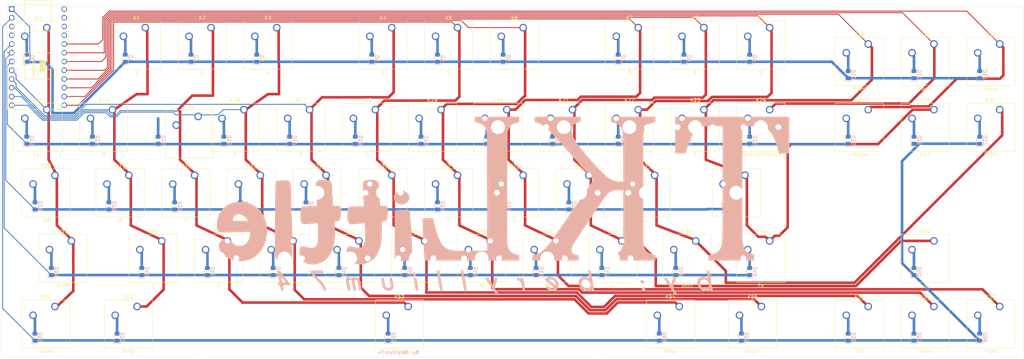
<source format=kicad_pcb>
(kicad_pcb (version 20211014) (generator pcbnew)
  (title_block (title "TKLittle") (date "2023-02-04") (rev "V6") (company "Beryllium74"))
  (layers (0 "F.Cu" signal) (31 "B.Cu" signal) (34 "B.Paste" user) (35 "F.Paste" user) (36 "B.SilkS" user "B.Silkscreen") (37 "F.SilkS" user "F.Silkscreen") (38 "B.Mask" user) (39 "F.Mask" user) (44 "Edge.Cuts" user))
  (net 0 "")
  (net 1 "/Row_0")
  (net 2 "/Row_1")
  (net 3 "/Row_2")
  (net 4 "/Row_3")
  (net 5 "/Row_4")
  (net 6 "/Col_0")
  (net 7 "/Col_1")
  (net 8 "/Col_2")
  (net 9 "/Col_3")
  (net 10 "/Col_4")
  (net 11 "/Col_5")
  (net 12 "/Col_6")
  (net 13 "/Col_7")
  (net 14 "/Col_8")
  (net 15 "/Col_9")
  (net 16 "/Col_10")
  (net 17 "/Col_11")
  (net 18 "/Col_12")
  (net 19 "Net-(D0-Pad2)")
  (net 20 "Net-(D1-Pad2)")
  (net 21 "Net-(D2-Pad2)")
  (net 22 "Net-(D3-Pad2)")
  (net 23 "Net-(D4-Pad2)")
  (net 24 "Net-(D5-Pad2)")
  (net 25 "Net-(D6-Pad2)")
  (net 26 "Net-(D7-Pad2)")
  (net 27 "Net-(D8-Pad2)")
  (net 28 "Net-(D9-Pad2)")
  (net 29 "Net-(D10-Pad2)")
  (net 30 "Net-(D11-Pad2)")
  (net 31 "Net-(D12-Pad2)")
  (net 32 "Net-(D13-Pad2)")
  (net 33 "Net-(D14-Pad2)")
  (net 34 "Net-(D15-Pad2)")
  (net 35 "Net-(D16-Pad2)")
  (net 36 "Net-(D17-Pad2)")
  (net 37 "Net-(D18-Pad2)")
  (net 38 "Net-(D19-Pad2)")
  (net 39 "Net-(D20-Pad2)")
  (net 40 "Net-(D21-Pad2)")
  (net 41 "Net-(D22-Pad2)")
  (net 42 "Net-(D23-Pad2)")
  (net 43 "Net-(D24-Pad2)")
  (net 44 "Net-(D25-Pad2)")
  (net 45 "Net-(D26-Pad2)")
  (net 46 "Net-(D27-Pad2)")
  (net 47 "Net-(D28-Pad2)")
  (net 48 "Net-(D29-Pad2)")
  (net 49 "Net-(D30-Pad2)")
  (net 50 "Net-(D31-Pad2)")
  (net 51 "Net-(D32-Pad2)")
  (net 52 "Net-(D33-Pad2)")
  (net 53 "Net-(D34-Pad2)")
  (net 54 "Net-(D35-Pad2)")
  (net 55 "Net-(D36-Pad2)")
  (net 56 "Net-(D37-Pad2)")
  (net 57 "Net-(D38-Pad2)")
  (net 58 "Net-(D39-Pad2)")
  (net 59 "Net-(D40-Pad2)")
  (net 60 "Net-(D41-Pad2)")
  (net 61 "Net-(D42-Pad2)")
  (net 62 "Net-(D43-Pad2)")
  (net 63 "Net-(D44-Pad2)")
  (net 64 "Net-(D45-Pad2)")
  (net 65 "Net-(D46-Pad2)")
  (net 66 "Net-(D47-Pad2)")
  (net 67 "Net-(D48-Pad2)")
  (net 68 "Net-(D49-Pad2)")
  (net 69 "Net-(D50-Pad2)")
  (net 70 "Net-(D51-Pad2)")
  (net 71 "Net-(D52-Pad2)")
  (net 72 "Net-(D53-Pad2)")
  (net 73 "Net-(D54-Pad2)")
  (net 74 "Net-(D55-Pad2)")
  (net 75 "Net-(D56-Pad2)")
  (net 76 "Net-(D57-Pad2)")
  (net 77 "Net-(D58-Pad2)")
  (footprint "Button_Switch_Keyboard:SW_Cherry_MX_1.00u_PCB" (layer "F.Cu") (at 36.83 29.5275)
    (fp_text reference "K0")
    (fp_text value "1")
  )
  (footprint "teensy:Pro Micro" (layer "F.Cu") (at 34.29 38.1 -90)
    (fp_text reference "U1")
    (fp_text value "Teensy2.0_(Arduino)")
  )
  (footprint "Button_Switch_Keyboard:SW_Cherry_MX_1.00u_PCB" (layer "F.Cu") (at 227.33 53.34)
    (fp_text reference "K23")
    (fp_text value "P")
  )
  (footprint "Button_Switch_Keyboard:SW_Cherry_MX_1.00u_PCB" (layer "F.Cu") (at 294.005 91.44)
    (fp_text reference "K50")
    (fp_text value "up")
  )
  (footprint "Button_Switch_Keyboard:SW_Cherry_MX_1.75u_PCB" (layer "F.Cu") (at 43.97375 91.44)
    (fp_text reference "K39")
    (fp_text value "Shift")
  )
  (footprint "Button_Switch_Keyboard:SW_Cherry_MX_1.00u_PCB" (layer "F.Cu") (at 313.055 110.49)
    (fp_text reference "K58")
    (fp_text value "right")
  )
  (footprint "Button_Switch_Keyboard:SW_Cherry_MX_1.00u_PCB" (layer "F.Cu") (at 274.955 34.29)
    (fp_text reference "K10")
    (fp_text value "insert")
  )
  (footprint "Button_Switch_Keyboard:SW_Cherry_MX_1.00u_PCB" (layer "F.Cu") (at 93.98 53.34)
    (fp_text reference "K16")
    (fp_text value "E")
  )
  (footprint "Button_Switch_Keyboard:SW_Cherry_MX_1.00u_PCB" (layer "F.Cu") (at 36.83 53.34)
    (fp_text reference "K13")
    (fp_text value "Esc")
  )
  (footprint "Button_Switch_Keyboard:SW_Cherry_MX_1.00u_PCB" (layer "F.Cu") (at 80.72 55.32)
    (fp_text reference "K15")
    (fp_text value "W")
  )
  (footprint "Button_Switch_Keyboard:SW_Cherry_MX_1.00u_PCB" (layer "F.Cu") (at 70.1675 91.44)
    (fp_text reference "K40")
    (fp_text value "Z")
  )
  (footprint "Button_Switch_Keyboard:SW_Cherry_MX_1.00u_PCB" (layer "F.Cu") (at 132.08 53.34)
    (fp_text reference "K18")
    (fp_text value "T")
  )
  (footprint "Button_Switch_Keyboard:SW_Cherry_MX_1.00u_PCB" (layer "F.Cu") (at 113.03 53.34)
    (fp_text reference "K17")
    (fp_text value "R")
  )
  (footprint "Button_Switch_Keyboard:SW_Cherry_MX_1.00u_PCB" (layer "F.Cu") (at 55.88 53.34)
    (fp_text reference "K14")
    (fp_text value "Q")
  )
  (footprint "Button_Switch_Keyboard:SW_Cherry_MX_1.00u_PCB" (layer "F.Cu") (at 246.38 29.5275)
    (fp_text reference "K9")
    (fp_text value "0")
  )
  (footprint "Button_Switch_Keyboard:SW_Cherry_MX_1.75u_PCB" (layer "F.Cu") (at 239.23625 72.39)
    (fp_text reference "K38")
    (fp_text value "Enter")
  )
  (footprint "Button_Switch_Keyboard:SW_Cherry_MX_1.00u_PCB" (layer "F.Cu") (at 294.005 34.29)
    (fp_text reference "K11")
    (fp_text value "Home")
  )
  (footprint "Button_Switch_Keyboard:SW_Cherry_MX_1.00u_PCB" (layer "F.Cu") (at 294.005 110.49)
    (fp_text reference "K57")
    (fp_text value "down")
  )
  (footprint "Button_Switch_Keyboard:SW_Cherry_MX_1.00u_PCB" (layer "F.Cu") (at 246.38 53.34)
    (fp_text reference "K24")
    (fp_text value "Back<br>Space")
  )
  (footprint "Button_Switch_Keyboard:SW_Cherry_MX_1.00u_PCB" (layer "F.Cu") (at 170.18 53.34)
    (fp_text reference "K20")
    (fp_text value "U")
  )
  (footprint "Button_Switch_Keyboard:SW_Cherry_MX_1.00u_PCB" (layer "F.Cu") (at 151.13 53.34)
    (fp_text reference "K19")
    (fp_text value "Y")
  )
  (footprint "Button_Switch_Keyboard:SW_Cherry_MX_1.00u_PCB" (layer "F.Cu") (at 155.8925 29.5275)
    (fp_text reference "K5")
    (fp_text value "6")
  )
  (footprint "Button_Switch_Keyboard:SW_Cherry_MX_1.00u_PCB" (layer "F.Cu") (at 98.7425 72.39)
    (fp_text reference "K31")
    (fp_text value "D")
  )
  (footprint "Button_Switch_Keyboard:SW_Cherry_MX_1.00u_PCB" (layer "F.Cu") (at 165.4175 91.44)
    (fp_text reference "K45")
    (fp_text value "N")
  )
  (footprint "Button_Switch_Keyboard:SW_Cherry_MX_1.00u_PCB" (layer "F.Cu") (at 227.33 29.5275)
    (fp_text reference "K8")
    (fp_text value "9")
  )
  (footprint "Button_Switch_Keyboard:SW_Cherry_MX_1.00u_PCB" (layer "F.Cu") (at 103.505 29.5275)
    (fp_text reference "K3")
    (fp_text value "4")
  )
  (footprint "Button_Switch_Keyboard:SW_Cherry_MX_1.25u_PCB" (layer "F.Cu") (at 39.21125 72.39)
    (fp_text reference "K28")
    (fp_text value "Tab")
  )
  (footprint "Button_Switch_Keyboard:SW_Cherry_MX_1.00u_PCB" (layer "F.Cu") (at 79.6925 72.39)
    (fp_text reference "K30")
    (fp_text value "S")
  )
  (footprint "Button_Switch_Keyboard:SW_Cherry_MX_1.00u_PCB" (layer "F.Cu") (at 136.8425 29.5275)
    (fp_text reference "K4")
    (fp_text value "5")
  )
  (footprint "Button_Switch_Keyboard:SW_Cherry_MX_1.00u_PCB" (layer "F.Cu") (at 246.38 91.44)
    (fp_text reference "K49")
    (fp_text value "Fn")
  )
  (footprint "Button_Switch_Keyboard:SW_Cherry_MX_1.00u_PCB" (layer "F.Cu") (at 274.955 53.34)
    (fp_text reference "K25")
    (fp_text value "Delete")
  )
  (footprint "Button_Switch_Keyboard:SW_Cherry_MX_1.00u_PCB" (layer "F.Cu") (at 146.3675 91.44)
    (fp_text reference "K44")
    (fp_text value "B")
  )
  (footprint "Button_Switch_Keyboard:SW_Cherry_MX_1.00u_PCB" (layer "F.Cu") (at 117.7925 72.39)
    (fp_text reference "K32")
    (fp_text value "F")
  )
  (footprint "Button_Switch_Keyboard:SW_Cherry_MX_1.00u_PCB" (layer "F.Cu") (at 174.9425 29.5275)
    (fp_text reference "K6")
    (fp_text value "7")
  )
  (footprint "Button_Switch_Keyboard:SW_Cherry_MX_1.00u_PCB" (layer "F.Cu") (at 89.2175 91.44)
    (fp_text reference "K41")
    (fp_text value "X")
  )
  (footprint "Button_Switch_Keyboard:SW_Cherry_MX_1.00u_PCB" (layer "F.Cu") (at 60.6425 72.39)
    (fp_text reference "K29")
    (fp_text value "A")
  )
  (footprint "Button_Switch_Keyboard:SW_Cherry_MX_1.25u_PCB" (layer "F.Cu") (at 224.94875 91.44)
    (fp_text reference "K48")
    (fp_text value "Shift")
  )
  (footprint "Button_Switch_Keyboard:SW_Cherry_MX_1.00u_PCB" (layer "F.Cu") (at 127.3175 91.44)
    (fp_text reference "K43")
    (fp_text value "V")
  )
  (footprint "Button_Switch_Keyboard:SW_Cherry_MX_1.25u_PCB" (layer "F.Cu") (at 220.18625 110.49)
    (fp_text reference "K54")
    (fp_text value "Meta")
  )
  (footprint "Button_Switch_Keyboard:SW_Cherry_MX_1.00u_PCB" (layer "F.Cu") (at 294.005 53.34)
    (fp_text reference "K26")
    (fp_text value "Emd")
  )
  (footprint "Button_Switch_Keyboard:SW_Cherry_MX_1.00u_PCB" (layer "F.Cu") (at 274.955 110.49)
    (fp_text reference "K56")
    (fp_text value "left")
  )
  (footprint "Button_Switch_Keyboard:SW_Cherry_MX_6.25u_PCB" (layer "F.Cu") (at 141.605 110.49)
    (fp_text reference "K53")
    (fp_text value "Blank")
  )
  (footprint "Button_Switch_Keyboard:SW_Cherry_MX_1.00u_PCB" (layer "F.Cu") (at 189.23 53.34)
    (fp_text reference "K21")
    (fp_text value "I")
  )
  (footprint "Button_Switch_Keyboard:SW_Cherry_MX_1.00u_PCB" (layer "F.Cu") (at 313.055 34.29)
    (fp_text reference "K12")
    (fp_text value "Pgup")
  )
  (footprint "Button_Switch_Keyboard:SW_Cherry_MX_1.00u_PCB" (layer "F.Cu") (at 203.5175 91.44)
    (fp_text reference "K47")
    (fp_text value "<,.")
  )
  (footprint "Button_Switch_Keyboard:SW_Cherry_MX_1.00u_PCB" (layer "F.Cu") (at 155.8925 72.39)
    (fp_text reference "K34")
    (fp_text value "H")
  )
  (footprint "Button_Switch_Keyboard:SW_Cherry_MX_1.25u_PCB" (layer "F.Cu") (at 63.02375 110.49)
    (fp_text reference "K52")
    (fp_text value "Meta")
  )
  (footprint "Button_Switch_Keyboard:SW_Cherry_MX_1.25u_PCB" (layer "F.Cu") (at 39.21125 110.49)
    (fp_text reference "K51")
    (fp_text value "Super")
  )
  (footprint "Button_Switch_Keyboard:SW_Cherry_MX_1.00u_PCB" (layer "F.Cu") (at 174.9425 72.39)
    (fp_text reference "K35")
    (fp_text value "J")
  )
  (footprint "Button_Switch_Keyboard:SW_Cherry_MX_1.25u_PCB" (layer "F.Cu") (at 243.99875 110.49)
    (fp_text reference "K55")
    (fp_text value "Super")
  )
  (footprint "Button_Switch_Keyboard:SW_Cherry_MX_1.00u_PCB" (layer "F.Cu") (at 313.055 53.34)
    (fp_text reference "K27")
    (fp_text value "PgDn")
  )
  (footprint "Button_Switch_Keyboard:SW_Cherry_MX_1.00u_PCB" (layer "F.Cu") (at 208.28 29.5275)
    (fp_text reference "K7")
    (fp_text value "8")
  )
  (footprint "Button_Switch_Keyboard:SW_Cherry_MX_1.00u_PCB" (layer "F.Cu") (at 193.9925 72.39)
    (fp_text reference "K36")
    (fp_text value "K")
  )
  (footprint "Button_Switch_Keyboard:SW_Cherry_MX_1.00u_PCB" (layer "F.Cu") (at 184.4675 91.44)
    (fp_text reference "K46")
    (fp_text value "M")
  )
  (footprint "Button_Switch_Keyboard:SW_Cherry_MX_1.00u_PCB" (layer "F.Cu") (at 65.405 29.5275)
    (fp_text reference "K1")
    (fp_text value "2")
  )
  (footprint "Button_Switch_Keyboard:SW_Cherry_MX_1.00u_PCB" (layer "F.Cu") (at 208.28 53.34)
    (fp_text reference "K22")
    (fp_text value "O")
  )
  (footprint "Button_Switch_Keyboard:SW_Cherry_MX_1.00u_PCB" (layer "F.Cu") (at 84.455 29.5275)
    (fp_text reference "K2")
    (fp_text value "3")
  )
  (footprint "Button_Switch_Keyboard:SW_Cherry_MX_1.00u_PCB" (layer "F.Cu") (at 213.0425 72.39)
    (fp_text reference "K37")
    (fp_text value "L")
  )
  (footprint "Button_Switch_Keyboard:SW_Cherry_MX_1.00u_PCB" (layer "F.Cu") (at 108.2675 91.44)
    (fp_text reference "K42")
    (fp_text value "C")
  )
  (footprint "Button_Switch_Keyboard:SW_Cherry_MX_1.00u_PCB" (layer "F.Cu") (at 136.8425 72.39)
    (fp_text reference "K33")
    (fp_text value "G")
  )
  (footprint "Diode_SMD:D_0805_2012Metric_Pad1.15x1.40mm_HandSolder" (layer "B.Cu") (at 31.03 38.4175 90)
    (fp_text reference "D0")
    (fp_text value "D")
  )
  (footprint "Diode_SMD:D_0805_2012Metric_Pad1.15x1.40mm_HandSolder" (layer "B.Cu") (at 169.1425 81.28 90)
    (fp_text reference "D35")
    (fp_text value "D")
  )
  (footprint "Diode_SMD:D_0805_2012Metric_Pad1.15x1.40mm_HandSolder" (layer "B.Cu") (at 83.4175 100.33 90)
    (fp_text reference "D41")
    (fp_text value "D")
  )
  (footprint "Diode_SMD:D_0805_2012Metric_Pad1.15x1.40mm_HandSolder" (layer "B.Cu") (at 150.0925 81.28 90)
    (fp_text reference "D34")
    (fp_text value "D")
  )
  (footprint "Diode_SMD:D_0805_2012Metric_Pad1.15x1.40mm_HandSolder" (layer "B.Cu") (at 107.23 62.23 90)
    (fp_text reference "D17")
    (fp_text value "D")
  )
  (footprint "Diode_SMD:D_0805_2012Metric_Pad1.15x1.40mm_HandSolder" (layer "B.Cu") (at 240.58 38.4175 90)
    (fp_text reference "D9")
    (fp_text value "D")
  )
  (footprint "Diode_SMD:D_0805_2012Metric_Pad1.15x1.40mm_HandSolder" (layer "B.Cu") (at 188.1925 81.28 90)
    (fp_text reference "D36")
    (fp_text value "D")
  )
  (footprint "Diode_SMD:D_0805_2012Metric_Pad1.15x1.40mm_HandSolder" (layer "B.Cu") (at 183.43 62.23 90)
    (fp_text reference "D21")
    (fp_text value "D")
  )
  (footprint "Diode_SMD:D_0805_2012Metric_Pad1.15x1.40mm_HandSolder" (layer "B.Cu") (at 307.255 43.18 90)
    (fp_text reference "D12")
    (fp_text value "D")
  )
  (footprint "Diode_SMD:D_0805_2012Metric_Pad1.15x1.40mm_HandSolder" (layer "B.Cu") (at 240.58 62.23 90)
    (fp_text reference "D24")
    (fp_text value "D")
  )
  (footprint "Diode_SMD:D_0805_2012Metric_Pad1.15x1.40mm_HandSolder" (layer "B.Cu") (at 140.5675 100.33 90)
    (fp_text reference "D44")
    (fp_text value "D")
  )
  (footprint "Diode_SMD:D_0805_2012Metric_Pad1.15x1.40mm_HandSolder" (layer "B.Cu") (at 59.605 38.4175 90)
    (fp_text reference "D1")
    (fp_text value "D")
  )
  (footprint "Silk:SIlkscreen" (layer "B.Cu") (at 170.660701 96.422308 180)
    (fp_text reference "G***")
    (fp_text value "LOGO" hide)
  )
  (footprint "Diode_SMD:D_0805_2012Metric_Pad1.15x1.40mm_HandSolder" (layer "B.Cu") (at 69.13 62.23 90)
    (fp_text reference "D15")
    (fp_text value "D")
  )
  (footprint "Diode_SMD:D_0805_2012Metric_Pad1.15x1.40mm_HandSolder" (layer "B.Cu") (at 57.22375 119.38 90)
    (fp_text reference "D52")
    (fp_text value "D")
  )
  (footprint "Diode_SMD:D_0805_2012Metric_Pad1.15x1.40mm_HandSolder" (layer "B.Cu") (at 131.0425 81.28 90)
    (fp_text reference "D33")
    (fp_text value "D")
  )
  (footprint "Diode_SMD:D_0805_2012Metric_Pad1.15x1.40mm_HandSolder" (layer "B.Cu") (at 240.58 100.33 90)
    (fp_text reference "D49")
    (fp_text value "D")
  )
  (footprint "Diode_SMD:D_0805_2012Metric_Pad1.15x1.40mm_HandSolder" (layer "B.Cu") (at 33.41125 119.38 90)
    (fp_text reference "D51")
    (fp_text value "D")
  )
  (footprint "Diode_SMD:D_0805_2012Metric_Pad1.15x1.40mm_HandSolder" (layer "B.Cu") (at 214.38625 119.38 90)
    (fp_text reference "D54")
    (fp_text value "D")
  )
  (footprint "Diode_SMD:D_0805_2012Metric_Pad1.15x1.40mm_HandSolder" (layer "B.Cu") (at 102.4675 100.33 90)
    (fp_text reference "D42")
    (fp_text value "D")
  )
  (footprint "Diode_SMD:D_0805_2012Metric_Pad1.15x1.40mm_HandSolder" (layer "B.Cu") (at 288.205 100.33 90)
    (fp_text reference "D50")
    (fp_text value "D")
  )
  (footprint "Diode_SMD:D_0805_2012Metric_Pad1.15x1.40mm_HandSolder" (layer "B.Cu") (at 202.48 62.23 90)
    (fp_text reference "D22")
    (fp_text value "D")
  )
  (footprint "Diode_SMD:D_0805_2012Metric_Pad1.15x1.40mm_HandSolder" (layer "B.Cu") (at 221.53 38.4175 90)
    (fp_text reference "D8")
    (fp_text value "D")
  )
  (footprint "Diode_SMD:D_0805_2012Metric_Pad1.15x1.40mm_HandSolder" (layer "B.Cu") (at 38.17375 100.33 90)
    (fp_text reference "D39")
    (fp_text value "D")
  )
  (footprint "Diode_SMD:D_0805_2012Metric_Pad1.15x1.40mm_HandSolder" (layer "B.Cu") (at 121.5175 100.33 90)
    (fp_text reference "D43")
    (fp_text value "D")
  )
  (footprint "Diode_SMD:D_0805_2012Metric_Pad1.15x1.40mm_HandSolder" (layer "B.Cu") (at 288.205 43.18 90)
    (fp_text reference "D11")
    (fp_text value "D")
  )
  (footprint "Diode_SMD:D_0805_2012Metric_Pad1.15x1.40mm_HandSolder" (layer "B.Cu") (at 307.255 62.23 90)
    (fp_text reference "D27")
    (fp_text value "D")
  )
  (footprint "Diode_SMD:D_0805_2012Metric_Pad1.15x1.40mm_HandSolder" (layer "B.Cu") (at 131.0425 38.4175 90)
    (fp_text reference "D4")
    (fp_text value "D")
  )
  (footprint "Diode_SMD:D_0805_2012Metric_Pad1.15x1.40mm_HandSolder" (layer "B.Cu") (at 145.33 62.23 90)
    (fp_text reference "D19")
    (fp_text value "D")
  )
  (footprint "Diode_SMD:D_0805_2012Metric_Pad1.15x1.40mm_HandSolder" (layer "B.Cu") (at 126.28 62.23 90)
    (fp_text reference "D18")
    (fp_text value "D")
  )
  (footprint "Diode_SMD:D_0805_2012Metric_Pad1.15x1.40mm_HandSolder" (layer "B.Cu") (at 288.205 62.23 90)
    (fp_text reference "D26")
    (fp_text value "D")
  )
  (footprint "Diode_SMD:D_0805_2012Metric_Pad1.15x1.40mm_HandSolder" (layer "B.Cu") (at 135.805 119.38 90)
    (fp_text reference "D53")
    (fp_text value "D")
  )
  (footprint "Diode_SMD:D_0805_2012Metric_Pad1.15x1.40mm_HandSolder" (layer "B.Cu") (at 233.43625 81.28 90)
    (fp_text reference "D38")
    (fp_text value "D")
  )
  (footprint "Diode_SMD:D_0805_2012Metric_Pad1.15x1.40mm_HandSolder" (layer "B.Cu") (at 159.6175 100.33 90)
    (fp_text reference "D45")
    (fp_text value "D")
  )
  (footprint "Diode_SMD:D_0805_2012Metric_Pad1.15x1.40mm_HandSolder" (layer "B.Cu") (at 150.0925 38.4175 90)
    (fp_text reference "D5")
    (fp_text value "D")
  )
  (footprint "Diode_SMD:D_0805_2012Metric_Pad1.15x1.40mm_HandSolder" (layer "B.Cu") (at 33.41125 81.28 90)
    (fp_text reference "D28")
    (fp_text value "D")
  )
  (footprint "Diode_SMD:D_0805_2012Metric_Pad1.15x1.40mm_HandSolder" (layer "B.Cu") (at 197.7175 100.33 90)
    (fp_text reference "D47")
    (fp_text value "D")
  )
  (footprint "Diode_SMD:D_0805_2012Metric_Pad1.15x1.40mm_HandSolder" (layer "B.Cu") (at 269.155 119.38 90)
    (fp_text reference "D56")
    (fp_text value "D")
  )
  (footprint "Diode_SMD:D_0805_2012Metric_Pad1.15x1.40mm_HandSolder" (layer "B.Cu") (at 64.3675 100.33 90)
    (fp_text reference "D40")
    (fp_text value "D")
  )
  (footprint "Diode_SMD:D_0805_2012Metric_Pad1.15x1.40mm_HandSolder" (layer "B.Cu") (at 307.255 119.38 90)
    (fp_text reference "D58")
    (fp_text value "D")
  )
  (footprint "Diode_SMD:D_0805_2012Metric_Pad1.15x1.40mm_HandSolder" (layer "B.Cu") (at 169.1425 38.4175 90)
    (fp_text reference "D6")
    (fp_text value "D")
  )
  (footprint "Diode_SMD:D_0805_2012Metric_Pad1.15x1.40mm_HandSolder" (layer "B.Cu") (at 97.705 38.4175 90)
    (fp_text reference "D3")
    (fp_text value "D")
  )
  (footprint "Diode_SMD:D_0805_2012Metric_Pad1.15x1.40mm_HandSolder" (layer "B.Cu") (at 178.6675 100.33 90)
    (fp_text reference "D46")
    (fp_text value "D")
  )
  (footprint "Diode_SMD:D_0805_2012Metric_Pad1.15x1.40mm_HandSolder" (layer "B.Cu") (at 54.8425 81.28 90)
    (fp_text reference "D29")
    (fp_text value "D")
  )
  (footprint "Diode_SMD:D_0805_2012Metric_Pad1.15x1.40mm_HandSolder" (layer "B.Cu") (at 31.03 62.23 90)
    (fp_text reference "D13")
    (fp_text value "D")
  )
  (footprint "Diode_SMD:D_0805_2012Metric_Pad1.15x1.40mm_HandSolder" (layer "B.Cu") (at 269.155 43.18 90)
    (fp_text reference "D10")
    (fp_text value "D")
  )
  (footprint "Diode_SMD:D_0805_2012Metric_Pad1.15x1.40mm_HandSolder" (layer "B.Cu") (at 88.18 62.23 90)
    (fp_text reference "D16")
    (fp_text value "D")
  )
  (footprint "Diode_SMD:D_0805_2012Metric_Pad1.15x1.40mm_HandSolder" (layer "B.Cu") (at 73.8925 81.28 90)
    (fp_text reference "D30")
    (fp_text value "D")
  )
  (footprint "Diode_SMD:D_0805_2012Metric_Pad1.15x1.40mm_HandSolder" (layer "B.Cu") (at 207.2425 81.28 90)
    (fp_text reference "D37")
    (fp_text value "D")
  )
  (footprint "Diode_SMD:D_0805_2012Metric_Pad1.15x1.40mm_HandSolder" (layer "B.Cu") (at 221.53 62.23 90)
    (fp_text reference "D23")
    (fp_text value "D")
  )
  (footprint "Diode_SMD:D_0805_2012Metric_Pad1.15x1.40mm_HandSolder" (layer "B.Cu") (at 238.19875 119.38 90)
    (fp_text reference "D55")
    (fp_text value "D")
  )
  (footprint "Diode_SMD:D_0805_2012Metric_Pad1.15x1.40mm_HandSolder" (layer "B.Cu") (at 288.205 119.38 90)
    (fp_text reference "D57")
    (fp_text value "D")
  )
  (footprint "Diode_SMD:D_0805_2012Metric_Pad1.15x1.40mm_HandSolder" (layer "B.Cu") (at 219.14875 100.33 90)
    (fp_text reference "D48")
    (fp_text value "D")
  )
  (footprint "Diode_SMD:D_0805_2012Metric_Pad1.15x1.40mm_HandSolder" (layer "B.Cu") (at 202.48 38.4175 90)
    (fp_text reference "D7")
    (fp_text value "D")
  )
  (footprint "Diode_SMD:D_0805_2012Metric_Pad1.15x1.40mm_HandSolder" (layer "B.Cu") (at 164.38 62.23 90)
    (fp_text reference "D20")
    (fp_text value "D")
  )
  (footprint "Diode_SMD:D_0805_2012Metric_Pad1.15x1.40mm_HandSolder" (layer "B.Cu") (at 50.08 62.23 90)
    (fp_text reference "D14")
    (fp_text value "D")
  )
  (footprint "Diode_SMD:D_0805_2012Metric_Pad1.15x1.40mm_HandSolder" (layer "B.Cu") (at 78.655 38.4175 90)
    (fp_text reference "D2")
    (fp_text value "D")
  )
  (footprint "Diode_SMD:D_0805_2012Metric_Pad1.15x1.40mm_HandSolder" (layer "B.Cu") (at 269.155 62.23 90)
    (fp_text reference "D25")
    (fp_text value "D")
  )
  (footprint "Diode_SMD:D_0805_2012Metric_Pad1.15x1.40mm_HandSolder" (layer "B.Cu") (at 92.9425 81.28 90)
    (fp_text reference "D31")
    (fp_text value "D")
  )
  (footprint "Diode_SMD:D_0805_2012Metric_Pad1.15x1.40mm_HandSolder" (layer "B.Cu") (at 111.9925 81.28 90)
    (fp_text reference "D32")
    (fp_text value "D")
  )
  (gr_rect (start 320.058601 125.077301) (end 23.563638 23.411996) (layer "Edge.Cuts") (width 0.05) (fill none))
  (gr_text "By: Beryllium74" (at 138.843327 123.795323) (layer "B.SilkS") (effects (font (size 1 1)) (justify mirror)))
  (segment (start 38.505 41.700425) (end 38.505 54.348171) (width 0.75) (layer "B.Cu") (net 1))
  (segment (start 77.5425 39.4425) (end 97.705 39.4425) (width 0.75) (layer "B.Cu") (net 1))
  (segment (start 31.905 36.679327) (end 32.055 36.829327) (width 0.25) (layer "B.Cu") (net 1))
  (segment (start 44.699329 54.348171) (end 59.605 39.4425) (width 0.75) (layer "B.Cu") (net 1))
  (segment (start 59.605 39.4425) (end 77.5425 39.4425) (width 0.75) (layer "B.Cu") (net 1))
  (segment (start 97.705 39.4425) (end 240.58 39.4425) (width 0.75) (layer "B.Cu") (net 1))
  (segment (start 38.505 54.348171) (end 44.699329 54.348171) (width 0.75) (layer "B.Cu") (net 1))
  (segment (start 240.58 39.4425) (end 264.3925 39.4425) (width 0.75) (layer "B.Cu") (net 1))
  (segment (start 264.3925 39.4425) (end 269.155 44.205) (width 0.75) (layer "B.Cu") (net 1))
  (segment (start 26.67 24.13) (end 31.905 29.365) (width 0.25) (layer "B.Cu") (net 1))
  (segment (start 31.905 29.365) (end 31.905 36.679327) (width 0.25) (layer "B.Cu") (net 1))
  (segment (start 32.055 36.829327) (end 32.055 38.4175) (width 0.25) (layer "B.Cu") (net 1))
  (segment (start 32.055 38.4175) (end 31.03 39.4425) (width 0.25) (layer "B.Cu") (net 1))
  (segment (start 77.5425 39.4425) (end 78.655 39.4425) (width 0.75) (layer "B.Cu") (net 1))
  (segment (start 31.114293 39.539718) (end 36.344293 39.539718) (width 0.75) (layer "B.Cu") (net 1))
  (segment (start 269.155 44.205) (end 307.255 44.205) (width 0.75) (layer "B.Cu") (net 1))
  (segment (start 36.344293 39.539718) (end 38.505 41.700425) (width 0.75) (layer "B.Cu") (net 1))
  (segment (start 25.4 57.625) (end 31.03 63.255) (width 0.25) (layer "B.Cu") (net 2))
  (segment (start 26.67 39.37) (end 25.4 40.64) (width 0.25) (layer "B.Cu") (net 2))
  (segment (start 269.055909 63.354091) (end 269.155 63.255) (width 0.75) (layer "B.Cu") (net 2))
  (segment (start 31.147832 63.354091) (end 269.055909 63.354091) (width 0.75) (layer "B.Cu") (net 2))
  (segment (start 25.4 40.64) (end 25.4 57.625) (width 0.25) (layer "B.Cu") (net 2))
  (segment (start 26.67 36.83) (end 24.95 38.55) (width 0.25) (layer "B.Cu") (net 3))
  (segment (start 228.214284 82.214909) (end 233.444284 82.214909) (width 0.75) (layer "B.Cu") (net 3))
  (segment (start 211.845 82.305) (end 33.41125 82.305) (width 0.75) (layer "B.Cu") (net 3))
  (segment (start 228.214284 82.214909) (end 228.124193 82.305) (width 0.75) (layer "B.Cu") (net 3))
  (segment (start 228.124193 82.305) (end 211.845 82.305) (width 0.75) (layer "B.Cu") (net 3))
  (segment (start 24.95 38.55) (end 24.95 73.84375) (width 0.25) (layer "B.Cu") (net 3))
  (segment (start 24.95 73.84375) (end 33.41125 82.305) (width 0.25) (layer "B.Cu") (net 3))
  (segment (start 211.845 82.305) (end 207.2425 82.305) (width 0.75) (layer "B.Cu") (net 3))
  (segment (start 26.67 36.83) (end 25.53863 36.83) (width 0.25) (layer "B.Cu") (net 3))
  (segment (start 236.001119 101.381119) (end 235.975 101.355) (width 0.75) (layer "B.Cu") (net 4))
  (segment (start 26.67 34.29) (end 24.5 36.46) (width 0.25) (layer "B.Cu") (net 4))
  (segment (start 235.975 101.355) (end 38.17375 101.355) (width 0.75) (layer "B.Cu") (net 4))
  (segment (start 235.327737 101.381119) (end 236.001119 101.381119) (width 0.75) (layer "B.Cu") (net 4))
  (segment (start 24.5 87.68125) (end 38.17375 101.355) (width 0.25) (layer "B.Cu") (net 4))
  (segment (start 24.5 36.46) (end 24.5 87.68125) (width 0.25) (layer "B.Cu") (net 4))
  (segment (start 236.001119 101.381119) (end 240.557737 101.381119) (width 0.75) (layer "B.Cu") (net 4))
  (segment (start 289.28733 63.22733) (end 289.25966 63.255) (width 0.75) (layer "B.Cu") (net 5))
  (segment (start 33.49625 120.32) (end 33.41125 120.405) (width 0.75) (layer "B.Cu") (net 5))
  (segment (start 288.205 101.355) (end 307.255 120.405) (width 0.75) (layer "B.Cu") (net 5))
  (segment (start 307.22733 63.22733) (end 307.255 63.255) (width 0.75) (layer "B.Cu") (net 5))
  (segment (start 307.255 120.32) (end 33.49625 120.32) (width 0.75) (layer "B.Cu") (net 5))
  (segment (start 26.67 26.67) (end 24.05 29.29) (width 0.25) (layer "B.Cu") (net 5))
  (segment (start 289.25966 63.255) (end 288.205 63.255) (width 0.75) (layer "B.Cu") (net 5))
  (segment (start 24.05 111.04375) (end 33.41125 120.405) (width 0.25) (layer "B.Cu") (net 5))
  (segment (start 289.83267 63.22733) (end 284.753068 68.306932) (width 0.75) (layer "B.Cu") (net 5))
  (segment (start 289.83267 63.22733) (end 307.22733 63.22733) (width 0.75) (layer "B.Cu") (net 5))
  (segment (start 289.28733 63.22733) (end 289.83267 63.22733) (width 0.75) (layer "B.Cu") (net 5))
  (segment (start 284.753068 97.903068) (end 288.205 101.355) (width 0.75) (layer "B.Cu") (net 5))
  (segment (start 24.05 29.29) (end 24.05 111.04375) (width 0.25) (layer "B.Cu") (net 5))
  (segment (start 288.395889 63.22733) (end 289.28733 63.22733) (width 0.75) (layer "B.Cu") (net 5))
  (segment (start 284.753068 68.306932) (end 284.753068 97.903068) (width 0.75) (layer "B.Cu") (net 5))
  (segment (start 44.52375 91.44) (end 44.52375 101.44) (width 0.75) (layer "F.Cu") (net 6))
  (segment (start 44.52375 91.44) (end 39.76125 86.94) (width 0.75) (layer "F.Cu") (net 6))
  (segment (start 39.76125 72.39) (end 39.76125 82.39) (width 0.75) (layer "F.Cu") (net 6))
  (segment (start 39.76125 72.39) (end 37.38 67.89) (width 0.75) (layer "F.Cu") (net 6))
  (segment (start 44.52375 101.44) (end 44.52375 105.94) (width 0.75) (layer "F.Cu") (net 6))
  (segment (start 37.38 29.5275) (end 37.38 67.84) (width 0.75) (layer "F.Cu") (net 6))
  (segment (start 39.76125 82.39) (end 39.76125 86.89) (width 0.75) (layer "F.Cu") (net 6))
  (segment (start 39.76125 110.49) (end 44.52375 105.99) (width 0.75) (layer "F.Cu") (net 6))
  (segment (start 27.94 44.45) (end 27.94 43.18) (width 0.25) (layer "B.Cu") (net 6))
  (segment (start 36.83 53.34) (end 27.94 44.45) (width 0.25) (layer "B.Cu") (net 6))
  (segment (start 27.94 43.18) (end 26.67 41.91) (width 0.25) (layer "B.Cu") (net 6))
  (segment (start 61.1925 82.39) (end 61.1925 86.89) (width 0.75) (layer "F.Cu") (net 7))
  (segment (start 65.955 39.5275) (end 66.04 39.6125) (width 0.75) (layer "F.Cu") (net 7))
  (segment (start 61.1925 72.39) (end 61.1925 82.39) (width 0.75) (layer "F.Cu") (net 7))
  (segment (start 66.04 39.6125) (end 66.04 48.768) (width 0.75) (layer "F.Cu") (net 7))
  (segment (start 70.7175 91.44) (end 70.7175 105.5585) (width 0.75) (layer "F.Cu") (net 7))
  (segment (start 61.1925 72.39) (end 56.43 67.89) (width 0.75) (layer "F.Cu") (net 7))
  (segment (start 65.968 48.84) (end 62.88 48.84) (width 0.75) (layer "F.Cu") (net 7))
  (segment (start 66.04 48.768) (end 65.968 48.84) (width 0.75) (layer "F.Cu") (net 7))
  (segment (start 65.786 110.49) (end 63.02375 110.49) (width 0.75) (layer "F.Cu") (net 7))
  (segment (start 65.955 29.5275) (end 65.955 39.5275) (width 0.75) (layer "F.Cu") (net 7))
  (segment (start 62.88 48.84) (end 56.43 53.34) (width 0.75) (layer "F.Cu") (net 7))
  (segment (start 70.7175 105.5585) (end 65.786 110.49) (width 0.75) (layer "F.Cu") (net 7))
  (segment (start 61.1925 86.94) (end 70.7175 91.44) (width 0.75) (layer "F.Cu") (net 7))
  (segment (start 56.43 53.34) (end 56.43 67.84) (width 0.75) (layer "F.Cu") (net 7))
  (segment (start 36.014476 55.498171) (end 45.175675 55.498171) (width 0.25) (layer "B.Cu") (net 7))
  (segment (start 33.036208 52.52) (end 33.036305 52.52) (width 0.25) (layer "B.Cu") (net 7))
  (segment (start 47.333846 53.34) (end 55.88 53.34) (width 0.25) (layer "B.Cu") (net 7))
  (segment (start 33.036208 52.52) (end 33.438104 52.921896) (width 0.25) (layer "B.Cu") (net 7))
  (segment (start 45.175675 55.498171) (end 47.333846 53.34) (width 0.25) (layer "B.Cu") (net 7))
  (segment (start 33.036208 52.52) (end 27.506208 46.99) (width 0.25) (layer "B.Cu") (net 7))
  (segment (start 27.506208 46.99) (end 26.67 46.99) (width 0.25) (layer "B.Cu") (net 7))
  (segment (start 33.036305 52.52) (end 36.014476 55.498171) (width 0.25) (layer "B.Cu") (net 7))
  (segment (start 75.48 53.89) (end 75.48 67.84) (width 0.75) (layer "F.Cu") (net 8))
  (segment (start 78.994 49.276) (end 74.93 53.34) (width 0.75) (layer "F.Cu") (net 8))
  (segment (start 85.005 49.276) (end 78.994 49.276) (width 0.75) (layer "F.Cu") (net 8))
  (segment (start 89.7675 105.5155) (end 93.594 109.342) (width 0.75) (layer "F.Cu") (net 8))
  (segment (start 85.005 29.5275) (end 85.005 49.276) (width 0.75) (layer "F.Cu") (net 8))
  (segment (start 93.594 109.342) (end 140.457 109.342) (width 0.75) (layer "F.Cu") (net 8))
  (segment (start 80.2425 86.94) (end 89.7675 91.44) (width 0.75) (layer "F.Cu") (net 8))
  (segment (start 80.2425 72.39) (end 75.48 67.89) (width 0.75) (layer "F.Cu") (net 8))
  (segment (start 140.457 109.342) (end 141.605 110.49) (width 0.75) (layer "F.Cu") (net 8))
  (segment (start 80.2425 72.39) (end 80.2425 82.39) (width 0.75) (layer "F.Cu") (net 8))
  (segment (start 89.7675 91.44) (end 89.7675 105.5155) (width 0.75) (layer "F.Cu") (net 8))
  (segment (start 74.93 53.34) (end 75.48 53.89) (width 0.75) (layer "F.Cu") (net 8))
  (segment (start 80.2425 82.39) (end 80.2425 86.89) (width 0.75) (layer "F.Cu") (net 8))
  (segment (start 55.508295 54.98355) (end 56.838605 54.98355) (width 0.25) (layer "B.Cu") (net 8))
  (segment (start 56.838605 54.98355) (end 58.210387 53.611768) (width 0.25) (layer "B.Cu") (net 8))
  (segment (start 54.314745 53.79) (end 55.508295 54.98355) (width 0.25) (layer "B.Cu") (net 8))
  (segment (start 73.868757 53.848) (end 74.422 53.848) (width 0.25) (layer "B.Cu") (net 8))
  (segment (start 35.827983 55.948171) (end 45.362071 55.948171) (width 0.25) (layer "B.Cu") (net 8))
  (segment (start 74.422 53.848) (end 74.93 53.34) (width 0.25) (layer "B.Cu") (net 8))
  (segment (start 29.409812 49.53) (end 35.827983 55.948171) (width 0.25) (layer "B.Cu") (net 8))
  (segment (start 58.210387 53.611768) (end 73.632525 53.611768) (width 0.25) (layer "B.Cu") (net 8))
  (segment (start 73.632525 53.611768) (end 73.868757 53.848) (width 0.25) (layer "B.Cu") (net 8))
  (segment (start 47.520242 53.79) (end 54.314745 53.79) (width 0.25) (layer "B.Cu") (net 8))
  (segment (start 26.67 49.53) (end 29.409812 49.53) (width 0.25) (layer "B.Cu") (net 8))
  (segment (start 45.362071 55.948171) (end 47.520242 53.79) (width 0.25) (layer "B.Cu") (net 8))
  (segment (start 189.784997 108.392) (end 111.44 108.392) (width 0.75) (layer "F.Cu") (net 9))
  (segment (start 220.18625 110.49) (end 218.989916 109.293666) (width 0.75) (layer "F.Cu") (net 9))
  (segment (start 108.712 105.664) (end 108.712 92.456) (width 0.75) (layer "F.Cu") (net 9))
  (segment (start 111.44 108.392) (end 108.712 105.664) (width 0.75) (layer "F.Cu") (net 9))
  (segment (start 104.055 39.5275) (end 104.14 39.6125) (width 0.75) (layer "F.Cu") (net 9))
  (segment (start 104.055 29.5275) (end 104.055 39.5275) (width 0.75) (layer "F.Cu") (net 9))
  (segment (start 94.53 53.34) (end 94.53 67.84) (width 0.75) (layer "F.Cu") (net 9))
  (segment (start 199.158515 112.501119) (end 193.894116 112.501119) (width 0.75) (layer "F.Cu") (net 9))
  (segment (start 104.14 39.6125) (end 104.14 48.768) (width 0.75) (layer "F.Cu") (net 9))
  (segment (start 104.14 48.768) (end 104.068 48.84) (width 0.75) (layer "F.Cu") (net 9))
  (segment (start 193.894116 112.501119) (end 189.784997 108.392) (width 0.75) (layer "F.Cu") (net 9))
  (segment (start 218.989916 109.293666) (end 202.365968 109.293666) (width 0.75) (layer "F.Cu") (net 9))
  (segment (start 104.068 48.84) (end 100.98 48.84) (width 0.75) (layer "F.Cu") (net 9))
  (segment (start 100.98 48.84) (end 94.53 53.34) (width 0.75) (layer "F.Cu") (net 9))
  (segment (start 202.365968 109.293666) (end 199.158515 112.501119) (width 0.75) (layer "F.Cu") (net 9))
  (segment (start 99.2925 72.39) (end 99.2925 82.39) (width 0.75) (layer "F.Cu") (net 9))
  (segment (start 99.2925 72.39) (end 94.53 67.89) (width 0.75) (layer "F.Cu") (net 9))
  (segment (start 108.8175 91.44) (end 99.2925 86.94) (width 0.75) (layer "F.Cu") (net 9))
  (segment (start 99.2925 82.39) (end 99.2925 86.89) (width 0.75) (layer "F.Cu") (net 9))
  (segment (start 55.205856 55.43355) (end 57.025001 55.43355) (width 0.25) (layer "B.Cu") (net 9))
  (segment (start 86.484999 54.84101) (end 87.986009 53.34) (width 0.25) (layer "B.Cu") (net 9))
  (segment (start 74.225371 54.84101) (end 86.484999 54.84101) (width 0.25) (layer "B.Cu") (net 9))
  (segment (start 35.641587 56.398171) (end 45.548467 56.398171) (width 0.25) (layer "B.Cu") (net 9))
  (segment (start 73.446129 54.061768) (end 74.225371 54.84101) (width 0.25) (layer "B.Cu") (net 9))
  (segment (start 31.313416 52.07) (end 35.641587 56.398171) (width 0.25) (layer "B.Cu") (net 9))
  (segment (start 54.012306 54.24) (end 55.205856 55.43355) (width 0.25) (layer "B.Cu") (net 9))
  (segment (start 47.706638 54.24) (end 54.012306 54.24) (width 0.25) (layer "B.Cu") (net 9))
  (segment (start 26.67 52.07) (end 31.313416 52.07) (width 0.25) (layer "B.Cu") (net 9))
  (segment (start 45.548467 56.398171) (end 47.706638 54.24) (width 0.25) (layer "B.Cu") (net 9))
  (segment (start 87.986009 53.34) (end 93.98 53.34) (width 0.25) (layer "B.Cu") (net 9))
  (segment (start 57.025001 55.43355) (end 58.396783 54.061768) (width 0.25) (layer "B.Cu") (net 9))
  (segment (start 58.396783 54.061768) (end 73.446129 54.061768) (width 0.25) (layer "B.Cu") (net 9))
  (segment (start 194.287618 111.551119) (end 198.765013 111.551119) (width 0.75) (layer "F.Cu") (net 10))
  (segment (start 137.3925 29.5275) (end 137.3925 48.2815) (width 0.75) (layer "F.Cu") (net 10))
  (segment (start 190.1785 107.442) (end 194.287618 111.551119) (width 0.75) (layer "F.Cu") (net 10))
  (segment (start 113.58 53.34) (end 113.58 67.84) (width 0.75) (layer "F.Cu") (net 10))
  (segment (start 127.8675 91.44) (end 127.8675 105.0075) (width 0.75) (layer "F.Cu") (net 10))
  (segment (start 198.765013 111.551119) (end 201.972466 108.343666) (width 0.75) (layer "F.Cu") (net 10))
  (segment (start 135.909 49.765) (end 116.605 49.765) (width 0.75) (layer "F.Cu") (net 10))
  (segment (start 116.605 49.765) (end 113.03 53.34) (width 0.75) (layer "F.Cu") (net 10))
  (segment (start 127.8675 105.0075) (end 130.302 107.442) (width 0.75) (layer "F.Cu") (net 10))
  (segment (start 118.3425 82.39) (end 118.3425 86.89) (width 0.75) (layer "F.Cu") (net 10))
  (segment (start 118.3425 72.39) (end 118.3425 82.39) (width 0.75) (layer "F.Cu") (net 10))
  (segment (start 201.972466 108.343666) (end 241.852416 108.343666) (width 0.75) (layer "F.Cu") (net 10))
  (segment (start 137.3925 48.2815) (end 135.909 49.765) (width 0.75) (layer "F.Cu") (net 10))
  (segment (start 118.3425 86.94) (end 127.8675 91.44) (width 0.75) (layer "F.Cu") (net 10))
  (segment (start 130.302 107.442) (end 190.1785 107.442) (width 0.75) (layer "F.Cu") (net 10))
  (segment (start 241.852416 108.343666) (end 243.99875 110.49) (width 0.75) (layer "F.Cu") (net 10))
  (segment (start 118.3425 72.39) (end 113.58 67.89) (width 0.75) (layer "F.Cu") (net 10))
  (segment (start 33.222604 52.07) (end 33.222701 52.07) (width 0.25) (layer "B.Cu") (net 10))
  (segment (start 44.989279 55.048171) (end 48.22145 51.816) (width 0.25) (layer "B.Cu") (net 10))
  (segment (start 27.94 46.787396) (end 33.222604 52.07) (width 0.25) (layer "B.Cu") (net 10))
  (segment (start 33.222701 52.07) (end 36.200872 55.048171) (width 0.25) (layer "B.Cu") (net 10))
  (segment (start 111.76 52.07) (end 113.03 53.34) (width 0.25) (layer "B.Cu") (net 10))
  (segment (start 36.200872 55.048171) (end 44.989279 55.048171) (width 0.25) (layer "B.Cu") (net 10))
  (segment (start 26.67 44.45) (end 27.94 45.72) (width 0.25) (layer "B.Cu") (net 10))
  (segment (start 111.76 51.816) (end 111.76 52.07) (width 0.25) (layer "B.Cu") (net 10))
  (segment (start 27.94 45.72) (end 27.94 46.787396) (width 0.25) (layer "B.Cu") (net 10))
  (segment (start 48.22145 51.816) (end 111.76 51.816) (width 0.25) (layer "B.Cu") (net 10))
  (segment (start 45.963829 52.07) (end 56.212822 41.821007) (width 0.25) (layer "F.Cu") (net 11))
  (segment (start 56.212822 41.821007) (end 56.212822 27.900911) (width 0.25) (layer "F.Cu") (net 11))
  (segment (start 137.3925 82.39) (end 137.3925 86.89) (width 0.75) (layer "F.Cu") (net 11))
  (segment (start 146.9175 91.44) (end 146.9175 106.3205) (width 0.75) (layer "F.Cu") (net 11))
  (segment (start 137.3925 72.39) (end 132.63 67.89) (width 0.75) (layer "F.Cu") (net 11))
  (segment (start 198.371511 110.601119) (end 201.578964 107.393666) (width 0.75) (layer "F.Cu") (net 11))
  (segment (start 146.9175 106.3205) (end 146.818001 106.419999) (width 0.75) (layer "F.Cu") (net 11))
  (segment (start 156.4425 49.5515) (end 155.279 50.715) (width 0.75) (layer "F.Cu") (net 11))
  (segment (start 146.818001 106.419999) (end 190.5 106.419999) (width 0.75) (layer "F.Cu") (net 11))
  (segment (start 132.63 53.34) (end 132.63 67.84) (width 0.75) (layer "F.Cu") (net 11))
  (segment (start 41.91 52.07) (end 45.963829 52.07) (width 0.25) (layer "F.Cu") (net 11))
  (segment (start 56.212822 27.900911) (end 154.265911 27.900911) (width 0.25) (layer "F.Cu") (net 11))
  (segment (start 156.4425 29.5275) (end 156.4425 49.5515) (width 0.75) (layer "F.Cu") (net 11))
  (segment (start 155.279 50.715) (end 134.705 50.715) (width 0.75) (layer "F.Cu") (net 11))
  (segment (start 154.265911 27.900911) (end 155.8925 29.5275) (width 0.25) (layer "F.Cu") (net 11))
  (segment (start 190.5 106.419999) (end 194.68112 110.601119) (width 0.75) (layer "F.Cu") (net 11))
  (segment (start 137.3925 72.39) (end 137.3925 82.39) (width 0.75) (layer "F.Cu") (net 11))
  (segment (start 201.578964 107.393666) (end 271.858666 107.393666) (width 0.75) (layer "F.Cu") (net 11))
  (segment (start 137.3925 86.94) (end 146.9175 91.44) (width 0.75) (layer "F.Cu") (net 11))
  (segment (start 134.705 50.715) (end 132.08 53.34) (width 0.75) (layer "F.Cu") (net 11))
  (segment (start 271.858666 107.393666) (end 274.955 110.49) (width 0.75) (layer "F.Cu") (net 11))
  (segment (start 194.68112 110.601119) (end 198.371511 110.601119) (width 0.75) (layer "F.Cu") (net 11))
  (segment (start 175.194 49.596) (end 175.120498 49.596) (width 0.75) (layer "F.Cu") (net 12))
  (segment (start 41.91 49.53) (end 47.867433 49.53) (width 0.25) (layer "F.Cu") (net 12))
  (segment (start 175.4925 29.5275) (end 175.4925 49.2975) (width 0.75) (layer "F.Cu") (net 12))
  (segment (start 289.958666 106.443666) (end 192.041666 106.443666) (width 0.75) (layer "F.Cu") (net 12))
  (segment (start 151.68 53.34) (end 151.68 67.84) (width 0.75) (layer "F.Cu") (net 12))
  (segment (start 165.9675 105.0075) (end 165.9675 91.44) (width 0.75) (layer "F.Cu") (net 12))
  (segment (start 156.990911 27.450911) (end 159.0675 29.5275) (width 0.25) (layer "F.Cu") (net 12))
  (segment (start 166.429999 105.469999) (end 165.9675 105.0075) (width 0.75) (layer "F.Cu") (net 12))
  (segment (start 152.805 51.665) (end 151.13 53.34) (width 0.75) (layer "F.Cu") (net 12))
  (segment (start 55.762822 41.634611) (end 55.762822 27.714515) (width 0.25) (layer "F.Cu") (net 12))
  (segment (start 55.762822 27.714515) (end 56.026426 27.450911) (width 0.25) (layer "F.Cu") (net 12))
  (segment (start 156.4425 82.39) (end 156.4425 86.89) (width 0.75) (layer "F.Cu") (net 12))
  (segment (start 47.867433 49.53) (end 55.762822 41.634611) (width 0.25) (layer "F.Cu") (net 12))
  (segment (start 175.120498 49.596) (end 173.051498 51.665) (width 0.75) (layer "F.Cu") (net 12))
  (segment (start 56.026426 27.450911) (end 156.990911 27.450911) (width 0.25) (layer "F.Cu") (net 12))
  (segment (start 173.051498 51.665) (end 152.805 51.665) (width 0.75) (layer "F.Cu") (net 12))
  (segment (start 156.4425 72.39) (end 151.68 67.89) (width 0.75) (layer "F.Cu") (net 12))
  (segment (start 191.067999 105.469999) (end 166.429999 105.469999) (width 0.75) (layer "F.Cu") (net 12))
  (segment (start 175.4925 49.2975) (end 175.194 49.596) (width 0.75) (layer "F.Cu") (net 12))
  (segment (start 192.041666 106.443666) (end 191.067999 105.469999) (width 0.75) (layer "F.Cu") (net 12))
  (segment (start 294.005 110.49) (end 289.958666 106.443666) (width 0.75) (layer "F.Cu") (net 12))
  (segment (start 165.9675 91.44) (end 156.4425 86.94) (width 0.75) (layer "F.Cu") (net 12))
  (segment (start 159.0675 29.5275) (end 174.9425 29.5275) (width 0.25) (layer "F.Cu") (net 12))
  (segment (start 156.4425 72.39) (end 156.4425 82.39) (width 0.75) (layer "F.Cu") (net 12))
  (segment (start 170.73 53.34) (end 170.73 63.34) (width 0.75) (layer "F.Cu") (net 13))
  (segment (start 185.0175 91.44) (end 185.0175 101.44) (width 0.75) (layer "F.Cu") (net 13))
  (segment (start 49.771037 46.99) (end 55.312822 41.448215) (width 0.25) (layer "F.Cu") (net 13))
  (segment (start 175.4925 72.39) (end 175.4925 82.39) (width 0.75) (layer "F.Cu") (net 13))
  (segment (start 41.91 46.99) (end 49.771037 46.99) (width 0.25) (layer "F.Cu") (net 13))
  (segment (start 175.4925 72.39) (end 170.73 67.89) (width 0.75) (layer "F.Cu") (net 13))
  (segment (start 175.4925 82.39) (end 175.4925 86.89) (width 0.75) (layer "F.Cu") (net 13))
  (segment (start 192.435168 105.493666) (end 308.058666 105.493666) (width 0.75) (layer "F.Cu") (net 13))
  (segment (start 208.83 48.472) (end 207.706 49.596) (width 0.75) (layer "F.Cu") (net 13))
  (segment (start 188.097499 104.519999) (end 191.461501 104.519999) (width 0.75) (layer "F.Cu") (net 13))
  (segment (start 190.680498 50.546) (end 175.514 50.546) (width 0.75) (layer "F.Cu") (net 13))
  (segment (start 308.058666 105.493666) (end 313.055 110.49) (width 0.75) (layer "F.Cu") (net 13))
  (segment (start 205.753411 27.000911) (end 208.28 29.5275) (width 0.25) (layer "F.Cu") (net 13))
  (segment (start 170.73 63.34) (end 170.73 67.84) (width 0.75) (layer "F.Cu") (net 13))
  (segment (start 55.312822 27.528119) (end 55.84003 27.000911) (width 0.25) (layer "F.Cu") (net 13))
  (segment (start 208.83 29.5275) (end 208.83 48.472) (width 0.75) (layer "F.Cu") (net 13))
  (segment (start 175.4925 86.94) (end 185.0175 91.44) (width 0.75) (layer "F.Cu") (net 13))
  (segment (start 191.630498 49.596) (end 190.680498 50.546) (width 0.75) (layer "F.Cu") (net 13))
  (segment (start 185.0175 101.44) (end 188.097499 104.519999) (width 0.75) (layer "F.Cu") (net 13))
  (segment (start 55.312822 41.448215) (end 55.312822 27.528119) (width 0.25) (layer "F.Cu") (net 13))
  (segment (start 207.706 49.596) (end 191.630498 49.596) (width 0.75) (layer "F.Cu") (net 13))
  (segment (start 55.84003 27.000911) (end 205.753411 27.000911) (width 0.25) (layer "F.Cu") (net 13))
  (segment (start 191.461501 104.519999) (end 192.435168 105.493666) (width 0.75) (layer "F.Cu") (net 13))
  (segment (start 172.72 53.34) (end 170.18 53.34) (width 0.75) (layer "F.Cu") (net 13))
  (segment (start 175.514 50.546) (end 172.72 53.34) (width 0.75) (layer "F.Cu") (net 13))
  (segment (start 207.99 91.44) (end 213.36 96.81) (width 0.75) (layer "F.Cu") (net 14))
  (segment (start 204.0675 91.44) (end 194.5425 86.94) (width 0.75) (layer "F.Cu") (net 14))
  (segment (start 55.653634 26.550911) (end 224.353411 26.550911) (width 0.25) (layer "F.Cu") (net 14))
  (segment (start 284.48 91.44) (end 294.005 91.44) (width 0.75) (layer "F.Cu") (net 14))
  (segment (start 189.78 53.34) (end 189.78 63.34) (width 0.75) (layer "F.Cu") (net 14))
  (segment (start 54.862822 27.341723) (end 55.653634 26.550911) (width 0.25) (layer "F.Cu") (net 14))
  (segment (start 224.353411 26.550911) (end 227.33 29.5275) (width 0.25) (layer "F.Cu") (net 14))
  (segment (start 271.376334 104.543666) (end 284.48 91.44) (width 0.75) (layer "F.Cu") (net 14))
  (segment (start 213.36 96.81) (end 213.36 104.543666) (width 0.75) (layer "F.Cu") (net 14))
  (segment (start 227.01 49.85) (end 212.966498 49.85) (width 0.75) (layer "F.Cu") (net 14))
  (segment (start 192.024 50.546) (end 189.23 53.34) (width 0.75) (layer "F.Cu") (net 14))
  (segment (start 189.78 63.34) (end 189.78 67.84) (width 0.75) (layer "F.Cu") (net 14))
  (segment (start 212.270498 50.546) (end 192.024 50.546) (width 0.75) (layer "F.Cu") (net 14))
  (segment (start 203.49 91.44) (end 207.99 91.44) (width 0.75) (layer "F.Cu") (net 14))
  (segment (start 54.862822 41.261819) (end 54.862822 27.341723) (width 0.25) (layer "F.Cu") (net 14))
  (segment (start 213.36 104.543666) (end 271.376334 104.543666) (width 0.75) (layer "F.Cu") (net 14))
  (segment (start 41.91 44.45) (end 51.674641 44.45) (width 0.25) (layer "F.Cu") (net 14))
  (segment (start 212.966498 49.85) (end 212.270498 50.546) (width 0.75) (layer "F.Cu") (net 14))
  (segment (start 194.5425 72.39) (end 194.5425 82.39) (width 0.75) (layer "F.Cu") (net 14))
  (segment (start 227.88 48.98) (end 227.01 49.85) (width 0.75) (layer "F.Cu") (net 14))
  (segment (start 194.5425 82.39) (end 194.5425 86.89) (width 0.75) (layer "F.Cu") (net 14))
  (segment (start 227.88 29.5275) (end 227.88 48.98) (width 0.75) (layer "F.Cu") (net 14))
  (segment (start 194.5425 72.39) (end 189.78 67.89) (width 0.75) (layer "F.Cu") (net 14))
  (segment (start 51.674641 44.45) (end 54.862822 41.261819) (width 0.25) (layer "F.Cu") (net 14))
  (segment (start 54.408729 27.15942) (end 55.467238 26.100911) (width 0.25) (layer "F.Cu") (net 15))
  (segment (start 213.5925 72.39) (end 208.83 67.89) (width 0.75) (layer "F.Cu") (net 15))
  (segment (start 313.789783 54.074783) (end 313.055 53.34) (width 0.75) (layer "F.Cu") (net 15))
  (segment (start 242.953411 26.100911) (end 246.38 29.5275) (width 0.25) (layer "F.Cu") (net 15))
  (segment (start 233.68 103.593666) (end 270.982832 103.593666) (width 0.75) (layer "F.Cu") (net 15))
  (segment (start 270.982832 103.593666) (end 313.789783 60.786715) (width 0.75) (layer "F.Cu") (net 15))
  (segment (start 213.5925 72.39) (end 213.5925 82.39) (width 0.75) (layer "F.Cu") (net 15))
  (segment (start 229.664497 49.662) (end 228.526497 50.8) (width 0.75) (layer "F.Cu") (net 15))
  (segment (start 233.68 100.17125) (end 233.68 103.593666) (width 0.75) (layer "F.Cu") (net 15))
  (segment (start 210.82 53.34) (end 208.28 53.34) (width 0.75) (layer "F.Cu") (net 15))
  (segment (start 245.74 49.662) (end 229.664497 49.662) (width 0.75) (layer "F.Cu") (net 15))
  (segment (start 213.5925 82.39) (end 213.5925 86.89) (width 0.75) (layer "F.Cu") (net 15))
  (segment (start 54.408729 41.079516) (end 54.408729 27.15942) (width 0.25) (layer "F.Cu") (net 15))
  (segment (start 55.467238 26.100911) (end 242.953411 26.100911) (width 0.25) (layer "F.Cu") (net 15))
  (segment (start 246.93 48.472) (end 245.74 49.662) (width 0.75) (layer "F.Cu") (net 15))
  (segment (start 224.94875 91.44) (end 233.68 100.17125) (width 0.75) (layer "F.Cu") (net 15))
  (segment (start 41.91 41.91) (end 53.578245 41.91) (width 0.25) (layer "F.Cu") (net 15))
  (segment (start 228.526497 50.8) (end 213.36 50.8) (width 0.75) (layer "F.Cu") (net 15))
  (segment (start 208.83 53.34) (end 208.83 63.34) (width 0.75) (layer "F.Cu") (net 15))
  (segment (start 208.83 63.34) (end 208.83 67.84) (width 0.75) (layer "F.Cu") (net 15))
  (segment (start 213.36 50.8) (end 210.82 53.34) (width 0.75) (layer "F.Cu") (net 15))
  (segment (start 53.578245 41.91) (end 54.408729 41.079516) (width 0.25) (layer "F.Cu") (net 15))
  (segment (start 246.93 29.5275) (end 246.93 48.472) (width 0.75) (layer "F.Cu") (net 15))
  (segment (start 313.789783 60.786715) (end 313.789783 54.074783) (width 0.75) (layer "F.Cu") (net 15))
  (segment (start 225.49875 91.44) (end 213.5925 86.94) (width 0.75) (layer "F.Cu") (net 15))
  (segment (start 246.93 91.44) (end 245.345874 90.442126) (width 0.75) (layer "F.Cu") (net 16))
  (segment (start 247.904 89.916) (end 249.174 89.916) (width 0.75) (layer "F.Cu") (net 16))
  (segment (start 252.632931 63.343069) (end 277.823123 63.343069) (width 0.75) (layer "F.Cu") (net 16))
  (segment (start 41.91 39.37) (end 52.688729 39.37) (width 0.25) (layer "F.Cu") (net 16))
  (segment (start 277.823123 63.343069) (end 287.826192 53.34) (width 0.75) (layer "F.Cu") (net 16))
  (segment (start 276.019999 35.354999) (end 276.019999 44.655001) (width 0.75) (layer "F.Cu") (net 16))
  (segment (start 53.958729 38.1) (end 53.958729 26.973024) (width 0.25) (layer "F.Cu") (net 16))
  (segment (start 251.616931 64.359069) (end 252.632931 63.343069) (width 0.75) (layer "F.Cu") (net 16))
  (segment (start 249.174 89.916) (end 251.616931 87.473069) (width 0.75) (layer "F.Cu") (net 16))
  (segment (start 266.315911 25.650911) (end 274.955 34.29) (width 0.25) (layer "F.Cu") (net 16))
  (segment (start 53.958729 26.973024) (end 55.280842 25.650911) (width 0.25) (layer "F.Cu") (net 16))
  (segment (start 239.78625 72.39) (end 239.78625 82.39) (width 0.75) (layer "F.Cu") (net 16))
  (segment (start 239.78625 72.39) (end 227.88 67.89) (width 0.75) (layer "F.Cu") (net 16))
  (segment (start 246.38 91.44) (end 247.904 89.916) (width 0.75) (layer "F.Cu") (net 16))
  (segment (start 245.034203 90.245797) (end 243.092047 90.245797) (width 0.75) (layer "F.Cu") (net 16))
  (segment (start 55.280842 25.650911) (end 266.315911 25.650911) (width 0.25) (layer "F.Cu") (net 16))
  (segment (start 270.063 50.612) (end 230.058 50.612) (width 0.75) (layer "F.Cu") (net 16))
  (segment (start 287.826192 53.34) (end 294.005 53.34) (width 0.75) (layer "F.Cu") (net 16))
  (segment (start 227.88 63.34) (end 227.88 67.84) (width 0.75) (layer "F.Cu") (net 16))
  (segment (start 239.78625 82.39) (end 239.78625 86.89) (width 0.75) (layer "F.Cu") (net 16))
  (segment (start 276.019999 44.655001) (end 270.063 50.612) (width 0.75) (layer "F.Cu") (net 16))
  (segment (start 251.616931 87.473069) (end 251.616931 64.359069) (width 0.75) (layer "F.Cu") (net 16))
  (segment (start 245.345874 90.442126) (end 245.034203 90.245797) (width 0.75) (layer "F.Cu") (net 16))
  (segment (start 230.058 50.612) (end 227.33 53.34) (width 0.75) (layer "F.Cu") (net 16))
  (segment (start 227.88 53.34) (end 227.88 63.34) (width 0.75) (layer "F.Cu") (net 16))
  (segment (start 245.345874 90.442126) (end 245.382126 90.442126) (width 0.75) (layer "F.Cu") (net 16))
  (segment (start 245.382126 90.442126) (end 246.38 91.44) (width 0.75) (layer "F.Cu") (net 16))
  (segment (start 274.955 34.29) (end 276.019999 35.354999) (width 0.75) (layer "F.Cu") (net 16))
  (segment (start 52.688729 39.37) (end 53.958729 38.1) (width 0.25) (layer "F.Cu") (net 16))
  (segment (start 243.092047 90.245797) (end 239.78625 86.94) (width 0.75) (layer "F.Cu") (net 16))
  (segment (start 55.094446 25.200911) (end 284.915911 25.200911) (width 0.25) (layer "F.Cu") (net 17))
  (segment (start 286.760254 51.562) (end 248.158 51.562) (width 0.75) (layer "F.Cu") (net 17))
  (segment (start 41.91 36.83) (end 53.505503 36.83) (width 0.25) (layer "F.Cu") (net 17))
  (segment (start 53.505503 36.83) (end 53.508729 36.826774) (width 0.25) (layer "F.Cu") (net 17))
  (segment (start 53.508729 26.786628) (end 55.094446 25.200911) (width 0.25) (layer "F.Cu") (net 17))
  (segment (start 294.110438 44.211816) (end 286.760254 51.562) (width 0.75) (layer "F.Cu") (net 17))
  (segment (start 294.110438 34.211816) (end 294.110438 44.211816) (width 0.75) (layer "F.Cu") (net 17))
  (segment (start 248.158 51.562) (end 246.38 53.34) (width 0.75) (layer "F.Cu") (net 17))
  (segment (start 284.915911 25.200911) (end 294.005 34.29) (width 0.25) (layer "F.Cu") (net 17))
  (segment (start 53.508729 36.826774) (end 53.508729 26.786628) (width 0.25) (layer "F.Cu") (net 17))
  (segment (start 303.515911 24.750911) (end 313.055 34.29) (width 0.25) (layer "F.Cu") (net 18))
  (segment (start 287.432689 52.39) (end 287.244689 52.578) (width 0.75) (layer "F.Cu") (net 18))
  (segment (start 314.119999 35.354999) (end 314.119999 43.368465) (width 0.75) (layer "F.Cu") (net 18))
  (segment (start 287.244689 52.578) (end 275.717 52.578) (width 0.75) (layer "F.Cu") (net 18))
  (segment (start 275.717 52.578) (end 274.955 53.34) (width 0.75) (layer "F.Cu") (net 18))
  (segment (start 314.119999 43.368465) (end 313.124535 44.363929) (width 0.75) (layer "F.Cu") (net 18))
  (segment (start 292.586192 52.39) (end 287.432689 52.39) (width 0.75) (layer "F.Cu") (net 18))
  (segment (start 53.058729 26.600232) (end 54.90805 24.750911) (width 0.25) (layer "F.Cu") (net 18))
  (segment (start 54.90805 24.750911) (end 303.515911 24.750911) (width 0.25) (layer "F.Cu") (net 18))
  (segment (start 313.124535 44.363929) (end 300.612263 44.363929) (width 0.75) (layer "F.Cu") (net 18))
  (segment (start 51.788729 34.29) (end 53.058729 33.02) (width 0.25) (layer "F.Cu") (net 18))
  (segment (start 53.058729 33.02) (end 53.058729 26.600232) (width 0.25) (layer "F.Cu") (net 18))
  (segment (start 313.055 34.29) (end 314.119999 35.354999) (width 0.75) (layer "F.Cu") (net 18))
  (segment (start 300.612263 44.363929) (end 292.586192 52.39) (width 0.75) (layer "F.Cu") (net 18))
  (segment (start 41.91 34.29) (end 51.788729 34.29) (width 0.25) (layer "F.Cu") (net 18))
  (segment (start 31.03 32.0675) (end 31.03 37.2975) (width 0.75) (layer "B.Cu") (net 19))
  (segment (start 59.605 32.0675) (end 59.605 37.2975) (width 0.75) (layer "B.Cu") (net 20))
  (segment (start 78.655 32.0675) (end 78.655 37.2975) (width 0.75) (layer "B.Cu") (net 21))
  (segment (start 97.705 32.0675) (end 97.705 37.2975) (width 0.75) (layer "B.Cu") (net 22))
  (segment (start 131.0425 32.0675) (end 131.0425 37.2975) (width 0.75) (layer "B.Cu") (net 23))
  (segment (start 150.0925 32.0675) (end 150.0925 37.2975) (width 0.75) (layer "B.Cu") (net 24))
  (segment (start 169.1425 32.0675) (end 169.1425 37.2975) (width 0.75) (layer "B.Cu") (net 25))
  (segment (start 202.48 32.0675) (end 202.48 37.2975) (width 0.75) (layer "B.Cu") (net 26))
  (segment (start 221.53 32.0675) (end 221.53 37.2975) (width 0.75) (layer "B.Cu") (net 27))
  (segment (start 240.58 32.0675) (end 240.58 37.2975) (width 0.75) (layer "B.Cu") (net 28))
  (segment (start 269.155 36.83) (end 269.155 42.06) (width 0.75) (layer "B.Cu") (net 29))
  (segment (start 288.205 36.83) (end 288.205 42.06) (width 0.75) (layer "B.Cu") (net 30))
  (segment (start 307.255 36.83) (end 307.255 42.06) (width 0.75) (layer "B.Cu") (net 31))
  (segment (start 31.03 55.88) (end 31.03 61.11) (width 0.75) (layer "B.Cu") (net 32))
  (segment (start 50.08 55.88) (end 50.08 61.11) (width 0.75) (layer "B.Cu") (net 33))
  (segment (start 69.13 55.88) (end 69.13 61.11) (width 0.75) (layer "B.Cu") (net 34))
  (segment (start 88.18 55.88) (end 88.18 61.11) (width 0.75) (layer "B.Cu") (net 35))
  (segment (start 107.23 55.88) (end 107.23 61.11) (width 0.75) (layer "B.Cu") (net 36))
  (segment (start 126.28 55.88) (end 126.28 61.11) (width 0.75) (layer "B.Cu") (net 37))
  (segment (start 145.33 55.88) (end 145.33 61.11) (width 0.75) (layer "B.Cu") (net 38))
  (segment (start 164.38 55.88) (end 164.38 61.11) (width 0.75) (layer "B.Cu") (net 39))
  (segment (start 183.43 55.88) (end 183.43 61.11) (width 0.75) (layer "B.Cu") (net 40))
  (segment (start 202.48 55.88) (end 202.48 61.11) (width 0.75) (layer "B.Cu") (net 41))
  (segment (start 221.53 55.88) (end 221.53 61.11) (width 0.75) (layer "B.Cu") (net 42))
  (segment (start 240.58 55.88) (end 240.58 61.11) (width 0.75) (layer "B.Cu") (net 43))
  (segment (start 269.155 55.88) (end 269.155 61.11) (width 0.75) (layer "B.Cu") (net 44))
  (segment (start 288.205 55.88) (end 288.205 61.11) (width 0.75) (layer "B.Cu") (net 45))
  (segment (start 307.255 55.88) (end 307.255 61.11) (width 0.75) (layer "B.Cu") (net 46))
  (segment (start 33.41125 74.93) (end 33.41125 80.16) (width 0.75) (layer "B.Cu") (net 47))
  (segment (start 54.8425 74.93) (end 54.8425 80.16) (width 0.75) (layer "B.Cu") (net 48))
  (segment (start 73.8925 74.93) (end 73.8925 80.16) (width 0.75) (layer "B.Cu") (net 49))
  (segment (start 92.9425 74.93) (end 92.9425 80.16) (width 0.75) (layer "B.Cu") (net 50))
  (segment (start 111.9925 74.93) (end 111.9925 80.16) (width 0.75) (layer "B.Cu") (net 51))
  (segment (start 131.0425 74.93) (end 131.0425 80.16) (width 0.75) (layer "B.Cu") (net 52))
  (segment (start 150.0925 74.93) (end 150.0925 80.16) (width 0.75) (layer "B.Cu") (net 53))
  (segment (start 169.1425 74.93) (end 169.1425 80.16) (width 0.75) (layer "B.Cu") (net 54))
  (segment (start 188.1925 74.93) (end 188.1925 80.16) (width 0.75) (layer "B.Cu") (net 55))
  (segment (start 207.2425 74.93) (end 207.2425 80.16) (width 0.75) (layer "B.Cu") (net 56))
  (segment (start 233.43625 74.93) (end 233.43625 80.16) (width 0.75) (layer "B.Cu") (net 57))
  (segment (start 38.17375 93.98) (end 38.17375 99.21) (width 0.75) (layer "B.Cu") (net 58))
  (segment (start 64.3675 93.98) (end 64.3675 99.21) (width 0.75) (layer "B.Cu") (net 59))
  (segment (start 83.4175 93.98) (end 83.4175 99.21) (width 0.75) (layer "B.Cu") (net 60))
  (segment (start 102.4675 93.98) (end 102.4675 99.21) (width 0.75) (layer "B.Cu") (net 61))
  (segment (start 121.5175 93.98) (end 121.5175 99.21) (width 0.75) (layer "B.Cu") (net 62))
  (segment (start 140.5675 93.98) (end 140.5675 99.21) (width 0.75) (layer "B.Cu") (net 63))
  (segment (start 159.6175 93.98) (end 159.6175 99.21) (width 0.75) (layer "B.Cu") (net 64))
  (segment (start 178.6675 93.98) (end 178.6675 99.21) (width 0.75) (layer "B.Cu") (net 65))
  (segment (start 197.7175 93.98) (end 197.7175 99.21) (width 0.75) (layer "B.Cu") (net 66))
  (segment (start 219.14875 93.98) (end 219.14875 99.21) (width 0.75) (layer "B.Cu") (net 67))
  (segment (start 240.58 93.98) (end 240.58 99.21) (width 0.75) (layer "B.Cu") (net 68))
  (segment (start 288.205 93.98) (end 288.205 99.21) (width 0.75) (layer "B.Cu") (net 69))
  (segment (start 33.41125 113.03) (end 33.41125 118.26) (width 0.75) (layer "B.Cu") (net 70))
  (segment (start 57.22375 113.03) (end 57.22375 118.26) (width 0.75) (layer "B.Cu") (net 71))
  (segment (start 135.805 113.03) (end 135.805 118.26) (width 0.75) (layer "B.Cu") (net 72))
  (segment (start 214.38625 113.03) (end 214.38625 118.26) (width 0.75) (layer "B.Cu") (net 73))
  (segment (start 238.19875 113.03) (end 238.19875 118.26) (width 0.75) (layer "B.Cu") (net 74))
  (segment (start 269.155 113.03) (end 269.155 118.26) (width 0.75) (layer "B.Cu") (net 75))
  (segment (start 288.205 113.03) (end 288.205 118.26) (width 0.75) (layer "B.Cu") (net 76))
  (segment (start 307.255 113.03) (end 307.255 118.26) (width 0.75) (layer "B.Cu") (net 77))
)
</source>
